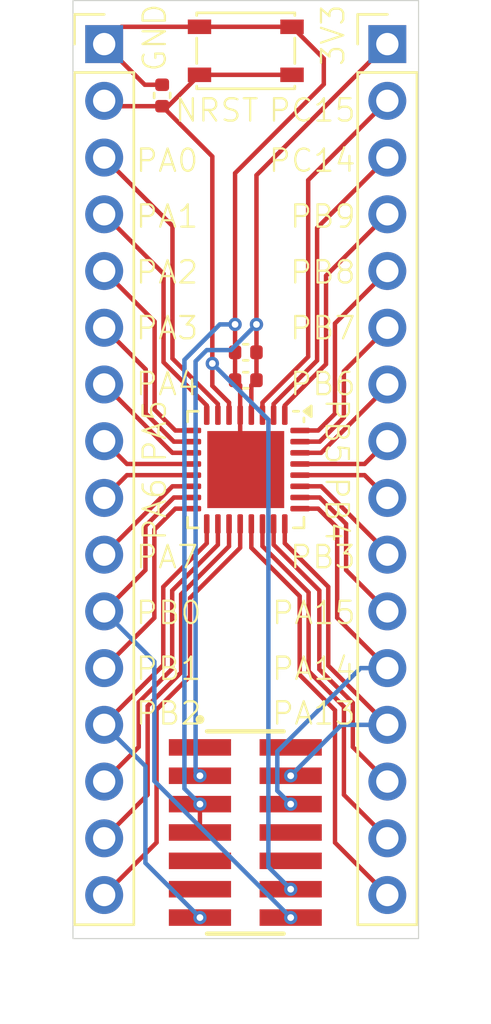
<source format=kicad_pcb>
(kicad_pcb (version 20240108) (generator "pcbnew") (generator_version "8.0")
  (layers (0 "F.Cu" signal) (31 "B.Cu" signal) (34 "B.Paste" user) (35 "F.Paste" user) (36 "B.SilkS" user "B.Silkscreen") (37 "F.SilkS" user "F.Silkscreen") (38 "B.Mask" user) (39 "F.Mask" user) (44 "Edge.Cuts" user))
  (net 0 "")
  (net 1 "VSS")
  (net 2 "VDD")
  (net 3 "/PC14")
  (net 4 "/PB1")
  (net 5 "/PA5")
  (net 6 "/PA1")
  (net 7 "/PA4")
  (net 8 "/PA7")
  (net 9 "/NRST")
  (net 10 "/PB0")
  (net 11 "/PA0")
  (net 12 "/PA2")
  (net 13 "/PA3")
  (net 14 "/PA6")
  (net 15 "/PB2")
  (net 16 "/PC15")
  (net 17 "/PA11")
  (net 18 "/PB6")
  (net 19 "/PA9")
  (net 20 "/PB9")
  (net 21 "/PA15")
  (net 22 "/PB7")
  (net 23 "/PA8")
  (net 24 "/PB4")
  (net 25 "/PB3")
  (net 26 "/PA12")
  (net 27 "/PB8")
  (net 28 "/PA14")
  (net 29 "/PB5")
  (net 30 "/PA10")
  (net 31 "/PA13")
  (net 32 "/PC6")
  (footprint "Connector_PinHeader_2.54mm:PinHeader_1x16_P2.54mm_Vertical" (layer "F.Cu") (at 156.35 80.95)
    (property "Reference" "J2" (hide yes))
    (property "Value" "Conn_01x16")
    (fp_line (start -1.33 -1.33) (end 0 -1.33) (stroke (width 0.12)) (layer "F.SilkS"))
    (fp_line (start -1.33 0) (end -1.33 -1.33) (stroke (width 0.12)) (layer "F.SilkS"))
    (fp_line (start -1.33 1.27) (end -1.33 39.43) (stroke (width 0.12)) (layer "F.SilkS"))
    (fp_line (start -1.33 1.27) (end 1.33 1.27) (stroke (width 0.12)) (layer "F.SilkS"))
    (fp_line (start -1.33 39.43) (end 1.33 39.43) (stroke (width 0.12)) (layer "F.SilkS"))
    (fp_line (start 1.33 1.27) (end 1.33 39.43) (stroke (width 0.12)) (layer "F.SilkS"))
    (pad "1" thru_hole rect (at 0 0) (size 1.7 1.7) (drill 1) (layers "*.Cu" "*.Mask") (net 2 "VDD"))
    (pad "2" thru_hole oval (at 0 2.54) (size 1.7 1.7) (drill 1) (layers "*.Cu" "*.Mask") (net 16 "/PC15"))
    (pad "3" thru_hole oval (at 0 5.08) (size 1.7 1.7) (drill 1) (layers "*.Cu" "*.Mask") (net 3 "/PC14"))
    (pad "4" thru_hole oval (at 0 7.62) (size 1.7 1.7) (drill 1) (layers "*.Cu" "*.Mask") (net 20 "/PB9"))
    (pad "5" thru_hole oval (at 0 10.16) (size 1.7 1.7) (drill 1) (layers "*.Cu" "*.Mask") (net 27 "/PB8"))
    (pad "6" thru_hole oval (at 0 12.7) (size 1.7 1.7) (drill 1) (layers "*.Cu" "*.Mask") (net 22 "/PB7"))
    (pad "7" thru_hole oval (at 0 15.24) (size 1.7 1.7) (drill 1) (layers "*.Cu" "*.Mask") (net 18 "/PB6"))
    (pad "8" thru_hole oval (at 0 17.78) (size 1.7 1.7) (drill 1) (layers "*.Cu" "*.Mask") (net 29 "/PB5"))
    (pad "9" thru_hole oval (at 0 20.32) (size 1.7 1.7) (drill 1) (layers "*.Cu" "*.Mask") (net 24 "/PB4"))
    (pad "10" thru_hole oval (at 0 22.86) (size 1.7 1.7) (drill 1) (layers "*.Cu" "*.Mask") (net 25 "/PB3"))
    (pad "11" thru_hole oval (at 0 25.4) (size 1.7 1.7) (drill 1) (layers "*.Cu" "*.Mask") (net 21 "/PA15"))
    (pad "12" thru_hole oval (at 0 27.94) (size 1.7 1.7) (drill 1) (layers "*.Cu" "*.Mask") (net 28 "/PA14"))
    (pad "13" thru_hole oval (at 0 30.48) (size 1.7 1.7) (drill 1) (layers "*.Cu" "*.Mask") (net 31 "/PA13"))
    (pad "14" thru_hole oval (at 0 33.02) (size 1.7 1.7) (drill 1) (layers "*.Cu" "*.Mask") (net 26 "/PA12"))
    (pad "15" thru_hole oval (at 0 35.56) (size 1.7 1.7) (drill 1) (layers "*.Cu" "*.Mask") (net 17 "/PA11"))
    (pad "16" thru_hole oval (at 0 38.1) (size 1.7 1.7) (drill 1) (layers "*.Cu" "*.Mask") (net 30 "/PA10"))
  )
  (footprint "Capacitor_SMD:C_0402_1005Metric" (layer "F.Cu") (at 146.25 83.25 90)
    (property "Reference" "C3" (hide yes))
    (property "Value" "100n")
    (fp_line (start -0.107836 -0.36) (end 0.107836 -0.36) (stroke (width 0.12)) (layer "F.SilkS"))
    (fp_line (start -0.107836 0.36) (end 0.107836 0.36) (stroke (width 0.12)) (layer "F.SilkS"))
    (pad "1" smd roundrect (at -0.48 0 90) (size 0.56 0.62) (layers "F.Cu" "F.Paste" "F.Mask") (net 9 "/NRST"))
    (pad "2" smd roundrect (at 0.48 0 90) (size 0.56 0.62) (layers "F.Cu" "F.Paste" "F.Mask") (net 1 "VSS"))
  )
  (footprint "Connector_PinHeader_2.54mm:PinHeader_1x16_P2.54mm_Vertical" (layer "F.Cu") (at 143.65 80.95)
    (property "Reference" "J1" (hide yes))
    (property "Value" "Conn_01x16")
    (fp_line (start -1.33 -1.33) (end 0 -1.33) (stroke (width 0.12)) (layer "F.SilkS"))
    (fp_line (start -1.33 0) (end -1.33 -1.33) (stroke (width 0.12)) (layer "F.SilkS"))
    (fp_line (start -1.33 1.27) (end -1.33 39.43) (stroke (width 0.12)) (layer "F.SilkS"))
    (fp_line (start -1.33 1.27) (end 1.33 1.27) (stroke (width 0.12)) (layer "F.SilkS"))
    (fp_line (start -1.33 39.43) (end 1.33 39.43) (stroke (width 0.12)) (layer "F.SilkS"))
    (fp_line (start 1.33 1.27) (end 1.33 39.43) (stroke (width 0.12)) (layer "F.SilkS"))
    (pad "1" thru_hole rect (at 0 0) (size 1.7 1.7) (drill 1) (layers "*.Cu" "*.Mask") (net 1 "VSS"))
    (pad "2" thru_hole oval (at 0 2.54) (size 1.7 1.7) (drill 1) (layers "*.Cu" "*.Mask") (net 9 "/NRST"))
    (pad "3" thru_hole oval (at 0 5.08) (size 1.7 1.7) (drill 1) (layers "*.Cu" "*.Mask") (net 11 "/PA0"))
    (pad "4" thru_hole oval (at 0 7.62) (size 1.7 1.7) (drill 1) (layers "*.Cu" "*.Mask") (net 6 "/PA1"))
    (pad "5" thru_hole oval (at 0 10.16) (size 1.7 1.7) (drill 1) (layers "*.Cu" "*.Mask") (net 12 "/PA2"))
    (pad "6" thru_hole oval (at 0 12.7) (size 1.7 1.7) (drill 1) (layers "*.Cu" "*.Mask") (net 13 "/PA3"))
    (pad "7" thru_hole oval (at 0 15.24) (size 1.7 1.7) (drill 1) (layers "*.Cu" "*.Mask") (net 7 "/PA4"))
    (pad "8" thru_hole oval (at 0 17.78) (size 1.7 1.7) (drill 1) (layers "*.Cu" "*.Mask") (net 5 "/PA5"))
    (pad "9" thru_hole oval (at 0 20.32) (size 1.7 1.7) (drill 1) (layers "*.Cu" "*.Mask") (net 14 "/PA6"))
    (pad "10" thru_hole oval (at 0 22.86) (size 1.7 1.7) (drill 1) (layers "*.Cu" "*.Mask") (net 8 "/PA7"))
    (pad "11" thru_hole oval (at 0 25.4) (size 1.7 1.7) (drill 1) (layers "*.Cu" "*.Mask") (net 10 "/PB0"))
    (pad "12" thru_hole oval (at 0 27.94) (size 1.7 1.7) (drill 1) (layers "*.Cu" "*.Mask") (net 4 "/PB1"))
    (pad "13" thru_hole oval (at 0 30.48) (size 1.7 1.7) (drill 1) (layers "*.Cu" "*.Mask") (net 15 "/PB2"))
    (pad "14" thru_hole oval (at 0 33.02) (size 1.7 1.7) (drill 1) (layers "*.Cu" "*.Mask") (net 23 "/PA8"))
    (pad "15" thru_hole oval (at 0 35.56) (size 1.7 1.7) (drill 1) (layers "*.Cu" "*.Mask") (net 19 "/PA9"))
    (pad "16" thru_hole oval (at 0 38.1) (size 1.7 1.7) (drill 1) (layers "*.Cu" "*.Mask") (net 32 "/PC6"))
  )
  (footprint "Package_DFN_QFN:QFN-32-1EP_5x5mm_P0.5mm_EP3.45x3.45mm" (layer "F.Cu") (at 150 100 -90)
    (property "Reference" "U1" (hide yes))
    (property "Value" "STM32G071KBUx")
    (fp_line (start -2.61 2.61) (end -2.61 2.135) (stroke (width 0.12)) (layer "F.SilkS"))
    (fp_line (start -2.135 2.61) (end -2.61 2.61) (stroke (width 0.12)) (layer "F.SilkS"))
    (fp_line (start 2.135 2.61) (end 2.61 2.61) (stroke (width 0.12)) (layer "F.SilkS"))
    (fp_line (start 2.61 2.61) (end 2.61 2.135) (stroke (width 0.12)) (layer "F.SilkS"))
    (fp_line (start -2.61 -2.135) (end -2.61 -2.37) (stroke (width 0.12)) (layer "F.SilkS"))
    (fp_line (start -2.135 -2.61) (end -2.31 -2.61) (stroke (width 0.12)) (layer "F.SilkS"))
    (fp_line (start 2.135 -2.61) (end 2.61 -2.61) (stroke (width 0.12)) (layer "F.SilkS"))
    (fp_line (start 2.61 -2.61) (end 2.61 -2.135) (stroke (width 0.12)) (layer "F.SilkS"))
    (fp_poly (pts (xy -2.61 -2.61) (xy -2.85 -2.94) (xy -2.37 -2.94) (xy -2.61 -2.61)) (stroke (width 0.12)) (fill solid) (layer "F.SilkS"))
    (pad "1" smd roundrect (at -2.4375 -1.75 270) (size 0.875 0.25) (layers "F.Cu" "F.Paste" "F.Mask") (net 20 "/PB9"))
    (pad "2" smd roundrect (at -2.4375 -1.25 270) (size 0.875 0.25) (layers "F.Cu" "F.Paste" "F.Mask") (net 3 "/PC14"))
    (pad "3" smd roundrect (at -2.4375 -0.75 270) (size 0.875 0.25) (layers "F.Cu" "F.Paste" "F.Mask") (net 16 "/PC15"))
    (pad "4" smd roundrect (at -2.4375 -0.25 270) (size 0.875 0.25) (layers "F.Cu" "F.Paste" "F.Mask") (net 2 "VDD"))
    (pad "5" smd roundrect (at -2.4375 0.25 270) (size 0.875 0.25) (layers "F.Cu" "F.Paste" "F.Mask") (net 1 "VSS"))
    (pad "6" smd roundrect (at -2.4375 0.75 270) (size 0.875 0.25) (layers "F.Cu" "F.Paste" "F.Mask") (net 9 "/NRST"))
    (pad "7" smd roundrect (at -2.4375 1.25 270) (size 0.875 0.25) (layers "F.Cu" "F.Paste" "F.Mask") (net 11 "/PA0"))
    (pad "8" smd roundrect (at -2.4375 1.75 270) (size 0.875 0.25) (layers "F.Cu" "F.Paste" "F.Mask") (net 6 "/PA1"))
    (pad "9" smd roundrect (at -1.75 2.4375 270) (size 0.25 0.875) (layers "F.Cu" "F.Paste" "F.Mask") (net 12 "/PA2"))
    (pad "10" smd roundrect (at -1.25 2.4375 270) (size 0.25 0.875) (layers "F.Cu" "F.Paste" "F.Mask") (net 13 "/PA3"))
    (pad "11" smd roundrect (at -0.75 2.4375 270) (size 0.25 0.875) (layers "F.Cu" "F.Paste" "F.Mask") (net 7 "/PA4"))
    (pad "12" smd roundrect (at -0.25 2.4375 270) (size 0.25 0.875) (layers "F.Cu" "F.Paste" "F.Mask") (net 5 "/PA5"))
    (pad "13" smd roundrect (at 0.25 2.4375 270) (size 0.25 0.875) (layers "F.Cu" "F.Paste" "F.Mask") (net 14 "/PA6"))
    (pad "14" smd roundrect (at 0.75 2.4375 270) (size 0.25 0.875) (layers "F.Cu" "F.Paste" "F.Mask") (net 8 "/PA7"))
    (pad "15" smd roundrect (at 1.25 2.4375 270) (size 0.25 0.875) (layers "F.Cu" "F.Paste" "F.Mask") (net 10 "/PB0"))
    (pad "16" smd roundrect (at 1.75 2.4375 270) (size 0.25 0.875) (layers "F.Cu" "F.Paste" "F.Mask") (net 4 "/PB1"))
    (pad "17" smd roundrect (at 2.4375 1.75 270) (size 0.875 0.25) (layers "F.Cu" "F.Paste" "F.Mask") (net 15 "/PB2"))
    (pad "18" smd roundrect (at 2.4375 1.25 270) (size 0.875 0.25) (layers "F.Cu" "F.Paste" "F.Mask") (net 23 "/PA8"))
    (pad "19" smd roundrect (at 2.4375 0.75 270) (size 0.875 0.25) (layers "F.Cu" "F.Paste" "F.Mask") (net 19 "/PA9"))
    (pad "20" smd roundrect (at 2.4375 0.25 270) (size 0.875 0.25) (layers "F.Cu" "F.Paste" "F.Mask") (net 32 "/PC6"))
    (pad "21" smd roundrect (at 2.4375 -0.25 270) (size 0.875 0.25) (layers "F.Cu" "F.Paste" "F.Mask") (net 30 "/PA10"))
    (pad "22" smd roundrect (at 2.4375 -0.75 270) (size 0.875 0.25) (layers "F.Cu" "F.Paste" "F.Mask") (net 17 "/PA11"))
    (pad "23" smd roundrect (at 2.4375 -1.25 270) (size 0.875 0.25) (layers "F.Cu" "F.Paste" "F.Mask") (net 26 "/PA12"))
    (pad "24" smd roundrect (at 2.4375 -1.75 270) (size 0.875 0.25) (layers "F.Cu" "F.Paste" "F.Mask") (net 31 "/PA13"))
    (pad "25" smd roundrect (at 1.75 -2.4375 270) (size 0.25 0.875) (layers "F.Cu" "F.Paste" "F.Mask") (net 28 "/PA14"))
    (pad "26" smd roundrect (at 1.25 -2.4375 270) (size 0.25 0.875) (layers "F.Cu" "F.Paste" "F.Mask") (net 21 "/PA15"))
    (pad "27" smd roundrect (at 0.75 -2.4375 270) (size 0.25 0.875) (layers "F.Cu" "F.Paste" "F.Mask") (net 25 "/PB3"))
    (pad "28" smd roundrect (at 0.25 -2.4375 270) (size 0.25 0.875) (layers "F.Cu" "F.Paste" "F.Mask") (net 24 "/PB4"))
    (pad "29" smd roundrect (at -0.25 -2.4375 270) (size 0.25 0.875) (layers "F.Cu" "F.Paste" "F.Mask") (net 29 "/PB5"))
    (pad "30" smd roundrect (at -0.75 -2.4375 270) (size 0.25 0.875) (layers "F.Cu" "F.Paste" "F.Mask") (net 18 "/PB6"))
    (pad "31" smd roundrect (at -1.25 -2.4375 270) (size 0.25 0.875) (layers "F.Cu" "F.Paste" "F.Mask") (net 22 "/PB7"))
    (pad "32" smd roundrect (at -1.75 -2.4375 270) (size 0.25 0.875) (layers "F.Cu" "F.Paste" "F.Mask") (net 27 "/PB8"))
    (pad "33" smd rect (at 0 0 270) (size 3.45 3.45) (property pad_prop_heatsink) (layers "F.Cu" "F.Mask") (net 1 "VSS"))
  )
  (footprint "Capacitor_SMD:C_0402_1005Metric" (layer "F.Cu") (at 150 96 180)
    (property "Reference" "C2" (hide yes))
    (property "Value" "100n")
    (fp_line (start -0.107836 0.36) (end 0.107836 0.36) (stroke (width 0.12)) (layer "F.SilkS"))
    (fp_line (start -0.107836 -0.36) (end 0.107836 -0.36) (stroke (width 0.12)) (layer "F.SilkS"))
    (pad "1" smd roundrect (at -0.48 0 180) (size 0.56 0.62) (layers "F.Cu" "F.Paste" "F.Mask") (net 2 "VDD"))
    (pad "2" smd roundrect (at 0.48 0 180) (size 0.56 0.62) (layers "F.Cu" "F.Paste" "F.Mask") (net 1 "VSS"))
  )
  (footprint "Button_Switch_SMD:SW_SPST_PTS810" (layer "F.Cu") (at 150 81.25)
    (property "Reference" "SW1" (hide yes))
    (property "Value" "SW_Push")
    (fp_line (start -2.2 -1.7) (end -2.2 -1.58) (stroke (width 0.12)) (layer "F.SilkS"))
    (fp_line (start -2.2 -0.57) (end -2.2 0.57) (stroke (width 0.12)) (layer "F.SilkS"))
    (fp_line (start -2.2 1.58) (end -2.2 1.7) (stroke (width 0.12)) (layer "F.SilkS"))
    (fp_line (start -2.2 1.7) (end 2.2 1.7) (stroke (width 0.12)) (layer "F.SilkS"))
    (fp_line (start 2.2 -1.7) (end -2.2 -1.7) (stroke (width 0.12)) (layer "F.SilkS"))
    (fp_line (start 2.2 -1.58) (end 2.2 -1.7) (stroke (width 0.12)) (layer "F.SilkS"))
    (fp_line (start 2.2 0.57) (end 2.2 -0.57) (stroke (width 0.12)) (layer "F.SilkS"))
    (fp_line (start 2.2 1.7) (end 2.2 1.58) (stroke (width 0.12)) (layer "F.SilkS"))
    (pad "1" smd rect (at -2.075 -1.075) (size 1.05 0.65) (layers "F.Cu" "F.Paste" "F.Mask") (net 1 "VSS"))
    (pad "1" smd rect (at 2.075 -1.075) (size 1.05 0.65) (layers "F.Cu" "F.Paste" "F.Mask") (net 1 "VSS"))
    (pad "2" smd rect (at -2.075 1.075) (size 1.05 0.65) (layers "F.Cu" "F.Paste" "F.Mask") (net 9 "/NRST"))
    (pad "2" smd rect (at 2.075 1.075) (size 1.05 0.65) (layers "F.Cu" "F.Paste" "F.Mask") (net 9 "/NRST"))
  )
  (footprint "Project_Footprints:SAMTEC_FTSH-107-01-L-DV-K-A" (layer "F.Cu") (at 149.98 116.25 -90)
    (property "Reference" "J3" (hide yes))
    (property "Value" "Conn_02x07_Odd_Even")
    (fp_line (start 4.53 1.715) (end 4.53 -1.715) (stroke (width 0.2)) (layer "F.SilkS"))
    (fp_line (start -4.53 -1.715) (end -4.53 1.715) (stroke (width 0.2)) (layer "F.SilkS"))
    (fp_circle (center -5.06 2.035) (end -4.96 2.035) (stroke (width 0.2)) (fill none) (layer "F.SilkS"))
    (pad "" np_thru_hole circle (at -3.175 0 270) (size 1.02 1.02) (drill 1.02) (layers "*.Cu" "*.Mask"))
    (pad "" np_thru_hole circle (at 3.175 0 270) (size 1.02 1.02) (drill 1.02) (layers "*.Cu" "*.Mask"))
    (pad "1" smd rect (at -3.81 2.035 270) (size 0.74 2.79) (layers "F.Cu" "F.Paste" "F.Mask"))
    (pad "2" smd rect (at -3.81 -2.035 270) (size 0.74 2.79) (layers "F.Cu" "F.Paste" "F.Mask"))
    (pad "3" smd rect (at -2.54 2.035 270) (size 0.74 2.79) (layers "F.Cu" "F.Paste" "F.Mask") (net 2 "VDD"))
    (pad "4" smd rect (at -2.54 -2.035 270) (size 0.74 2.79) (layers "F.Cu" "F.Paste" "F.Mask") (net 31 "/PA13"))
    (pad "5" smd rect (at -1.27 2.035 270) (size 0.74 2.79) (layers "F.Cu" "F.Paste" "F.Mask") (net 1 "VSS"))
    (pad "6" smd rect (at -1.27 -2.035 270) (size 0.74 2.79) (layers "F.Cu" "F.Paste" "F.Mask") (net 28 "/PA14"))
    (pad "7" smd rect (at 0 2.035 270) (size 0.74 2.79) (layers "F.Cu" "F.Paste" "F.Mask") (net 1 "VSS"))
    (pad "8" smd rect (at 0 -2.035 270) (size 0.74 2.79) (layers "F.Cu" "F.Paste" "F.Mask"))
    (pad "9" smd rect (at 1.27 2.035 270) (size 0.74 2.79) (layers "F.Cu" "F.Paste" "F.Mask"))
    (pad "10" smd rect (at 1.27 -2.035 270) (size 0.74 2.79) (layers "F.Cu" "F.Paste" "F.Mask"))
    (pad "11" smd rect (at 2.54 2.035 270) (size 0.74 2.79) (layers "F.Cu" "F.Paste" "F.Mask"))
    (pad "12" smd rect (at 2.54 -2.035 270) (size 0.74 2.79) (layers "F.Cu" "F.Paste" "F.Mask") (net 9 "/NRST"))
    (pad "13" smd rect (at 3.81 2.035 270) (size 0.74 2.79) (layers "F.Cu" "F.Paste" "F.Mask") (net 15 "/PB2"))
    (pad "14" smd rect (at 3.81 -2.035 270) (size 0.74 2.79) (layers "F.Cu" "F.Paste" "F.Mask") (net 10 "/PB0"))
  )
  (footprint "Capacitor_SMD:C_0402_1005Metric" (layer "F.Cu") (at 150 94.75 180)
    (property "Reference" "C1" (hide yes))
    (property "Value" "4u7")
    (fp_line (start -0.107836 0.36) (end 0.107836 0.36) (stroke (width 0.12)) (layer "F.SilkS"))
    (fp_line (start -0.107836 -0.36) (end 0.107836 -0.36) (stroke (width 0.12)) (layer "F.SilkS"))
    (pad "1" smd roundrect (at -0.48 0 180) (size 0.56 0.62) (layers "F.Cu" "F.Paste" "F.Mask") (net 2 "VDD"))
    (pad "2" smd roundrect (at 0.48 0 180) (size 0.56 0.62) (layers "F.Cu" "F.Paste" "F.Mask") (net 1 "VSS"))
  )
  (gr_rect (start 142.25 79) (end 157.75 121) (stroke (width 0.05)) (fill none) (layer "Edge.Cuts"))
  (gr_text "3V3" (at 154.5 82 90) (layer "F.SilkS") (effects (font (size 1 1) (thickness 0.1)) (justify left bottom)))
  (gr_text "PB4" (at 153.5 100.25 -90) (layer "F.SilkS") (effects (font (size 1 1) (thickness 0.1)) (justify left bottom)))
  (gr_text "PA6" (at 146.5 103.25 90) (layer "F.SilkS") (effects (font (size 1 1) (thickness 0.1)) (justify left bottom)))
  (gr_text "NRST" (at 146.75 84.5 0) (layer "F.SilkS") (effects (font (size 1 1) (thickness 0.1)) (justify left bottom)))
  (gr_text "GND" (at 146.5 82.25 90) (layer "F.SilkS") (effects (font (size 1 1) (thickness 0.1)) (justify left bottom)))
  (gr_text "PA0" (at 145 86.75 0) (layer "F.SilkS") (effects (font (size 1 1) (thickness 0.1)) (justify left bottom)))
  (gr_text "PA15" (at 155 107 0) (layer "F.SilkS") (effects (font (size 1 1) (thickness 0.1)) (justify right bottom)))
  (gr_text "PA4" (at 145 96.75 0) (layer "F.SilkS") (effects (font (size 1 1) (thickness 0.1)) (justify left bottom)))
  (gr_text "PB1" (at 145 109.5 0) (layer "F.SilkS") (effects (font (size 1 1) (thickness 0.1)) (justify left bottom)))
  (gr_text "PC15" (at 155 84.5 0) (layer "F.SilkS") (effects (font (size 1 1) (thickness 0.1)) (justify right bottom)))
  (gr_text "PA2" (at 145 91.75 0) (layer "F.SilkS") (effects (font (size 1 1) (thickness 0.1)) (justify left bottom)))
  (gr_text "PA3" (at 145 94.25 0) (layer "F.SilkS") (effects (font (size 1 1) (thickness 0.1)) (justify left bottom)))
  (gr_text "PB2" (at 145 111.5 0) (layer "F.SilkS") (effects (font (size 1 1) (thickness 0.1)) (justify left bottom)))
  (gr_text "PB9" (at 155 89.25 0) (layer "F.SilkS") (effects (font (size 1 1) (thickness 0.1)) (justify right bottom)))
  (gr_text "PB8" (at 155 91.75 0) (layer "F.SilkS") (effects (font (size 1 1) (thickness 0.1)) (justify right bottom)))
  (gr_text "PB0" (at 145 107 0) (layer "F.SilkS") (effects (font (size 1 1) (thickness 0.1)) (justify left bottom)))
  (gr_text "PB5" (at 153.5 96.75 -90) (layer "F.SilkS") (effects (font (size 1 1) (thickness 0.1)) (justify left bottom)))
  (gr_text "PB7" (at 155 94.25 0) (layer "F.SilkS") (effects (font (size 1 1) (thickness 0.1)) (justify right bottom)))
  (gr_text "PA13" (at 155 111.5 0) (layer "F.SilkS") (effects (font (size 1 1) (thickness 0.1)) (justify right bottom)))
  (gr_text "PA5" (at 146.5 99.75 90) (layer "F.SilkS") (effects (font (size 1 1) (thickness 0.1)) (justify left bottom)))
  (gr_text "PB3" (at 155 104.5 0) (layer "F.SilkS") (effects (font (size 1 1) (thickness 0.1)) (justify right bottom)))
  (gr_text "PC14" (at 155 86.75 0) (layer "F.SilkS") (effects (font (size 1 1) (thickness 0.1)) (justify right bottom)))
  (gr_text "PA1" (at 145 89.25 0) (layer "F.SilkS") (effects (font (size 1 1) (thickness 0.1)) (justify left bottom)))
  (gr_text "PB6" (at 155 96.75 0) (layer "F.SilkS") (effects (font (size 1 1) (thickness 0.1)) (justify right bottom)))
  (gr_text "PA14" (at 155 109.5 0) (layer "F.SilkS") (effects (font (size 1 1) (thickness 0.1)) (justify right bottom)))
  (gr_text "PA7" (at 145 104.5 0) (layer "F.SilkS") (effects (font (size 1 1) (thickness 0.1)) (justify left bottom)))
  (segment (start 144.425 80.175) (end 143.65 80.95) (width 0.2) (layer "F.Cu") (net 1))
  (segment (start 149.75 99.75) (end 150 100) (width 0.2) (layer "F.Cu") (net 1))
  (segment (start 149.75 97.5625) (end 149.75 96.23) (width 0.2) (layer "F.Cu") (net 1))
  (segment (start 149.52 86.73) (end 153.5 82.75) (width 0.2) (layer "F.Cu") (net 1))
  (segment (start 152.075 80.175) (end 147.925 80.175) (width 0.2) (layer "F.Cu") (net 1))
  (segment (start 143.65 80.95) (end 145.47 82.77) (width 0.2) (layer "F.Cu") (net 1))
  (segment (start 149.52 96) (end 149.52 94.75) (width 0.2) (layer "F.Cu") (net 1))
  (segment (start 147.925 80.175) (end 144.425 80.175) (width 0.2) (layer "F.Cu") (net 1))
  (segment (start 149.75 97.5625) (end 149.75 99.75) (width 0.2) (layer "F.Cu") (net 1))
  (segment (start 153.5 81.6) (end 152.075 80.175) (width 0.2) (layer "F.Cu") (net 1))
  (segment (start 149.52 94.75) (end 149.52 86.73) (width 0.2) (layer "F.Cu") (net 1))
  (segment (start 145.47 82.77) (end 146.25 82.77) (width 0.2) (layer "F.Cu") (net 1))
  (segment (start 147.945 114.98) (end 147.945 116.25) (width 0.2) (layer "F.Cu") (net 1))
  (segment (start 149.75 96.23) (end 149.52 96) (width 0.2) (layer "F.Cu") (net 1))
  (segment (start 153.5 82.75) (end 153.5 81.6) (width 0.2) (layer "F.Cu") (net 1))
  (via (at 147.945 114.98) (size 0.6) (drill 0.3) (layers "F.Cu" "B.Cu") (net 1))
  (via (at 149.52 93.5) (size 0.6) (drill 0.3) (layers "F.Cu" "B.Cu") (net 1))
  (segment (start 147.25 114.285) (end 147.945 114.98) (width 0.2) (layer "B.Cu") (net 1))
  (segment (start 147.25 95.085786) (end 147.25 114.285) (width 0.2) (layer "B.Cu") (net 1))
  (segment (start 149.52 93.5) (end 148.835786 93.5) (width 0.2) (layer "B.Cu") (net 1))
  (segment (start 148.835786 93.5) (end 147.25 95.085786) (width 0.2) (layer "B.Cu") (net 1))
  (segment (start 150.25 96.23) (end 150.48 96) (width 0.2) (layer "F.Cu") (net 2))
  (segment (start 150.48 86.82) (end 150.48 93.5) (width 0.2) (layer "F.Cu") (net 2))
  (segment (start 150.48 96) (end 150.48 94.75) (width 0.2) (layer "F.Cu") (net 2))
  (segment (start 150.25 97.5625) (end 150.25 96.23) (width 0.2) (layer "F.Cu") (net 2))
  (segment (start 150.48 94.75) (end 150.48 93.5) (width 0.2) (layer "F.Cu") (net 2))
  (segment (start 156.35 80.95) (end 150.48 86.82) (width 0.2) (layer "F.Cu") (net 2))
  (via (at 150.48 93.5) (size 0.6) (drill 0.3) (layers "F.Cu" "B.Cu") (net 2))
  (via (at 147.945 113.71) (size 0.6) (drill 0.3) (layers "F.Cu" "B.Cu") (net 2))
  (segment (start 149.33 94.65) (end 148.251471 94.65) (width 0.2) (layer "B.Cu") (net 2))
  (segment (start 147.75 95.151471) (end 147.75 113.515) (width 0.2) (layer "B.Cu") (net 2))
  (segment (start 148.251471 94.65) (end 147.75 95.151471) (width 0.2) (layer "B.Cu") (net 2))
  (segment (start 147.75 113.515) (end 147.945 113.71) (width 0.2) (layer "B.Cu") (net 2))
  (segment (start 150.48 93.5) (end 149.33 94.65) (width 0.2) (layer "B.Cu") (net 2))
  (segment (start 153.2 95.115686) (end 153.2 89.18) (width 0.2) (layer "F.Cu") (net 3))
  (segment (start 151.25 97.5625) (end 151.25 97.065686) (width 0.2) (layer "F.Cu") (net 3))
  (segment (start 153.2 89.18) (end 156.35 86.03) (width 0.2) (layer "F.Cu") (net 3))
  (segment (start 151.25 97.065686) (end 153.2 95.115686) (width 0.2) (layer "F.Cu") (net 3))
  (segment (start 145.9 102.691372) (end 145.9 106.64) (width 0.2) (layer "F.Cu") (net 4))
  (segment (start 145.9 106.64) (end 143.65 108.89) (width 0.2) (layer "F.Cu") (net 4))
  (segment (start 146.841372 101.75) (end 145.9 102.691372) (width 0.2) (layer "F.Cu") (net 4))
  (segment (start 147.5625 101.75) (end 146.841372 101.75) (width 0.2) (layer "F.Cu") (net 4))
  (segment (start 147.5625 99.75) (end 144.67 99.75) (width 0.2) (layer "F.Cu") (net 5))
  (segment (start 144.67 99.75) (end 143.65 98.73) (width 0.2) (layer "F.Cu") (net 5))
  (segment (start 148.25 97.5625) (end 148.25 97.131372) (width 0.2) (layer "F.Cu") (net 6))
  (segment (start 146.312843 91.232843) (end 143.65 88.57) (width 0.2) (layer "F.Cu") (net 6))
  (segment (start 146.312843 95.194215) (end 146.312843 91.232843) (width 0.2) (layer "F.Cu") (net 6))
  (segment (start 148.25 97.131372) (end 146.312843 95.194215) (width 0.2) (layer "F.Cu") (net 6))
  (segment (start 146.71 99.25) (end 143.65 96.19) (width 0.2) (layer "F.Cu") (net 7))
  (segment (start 147.5625 99.25) (end 146.71 99.25) (width 0.2) (layer "F.Cu") (net 7))
  (segment (start 146.71 100.75) (end 143.65 103.81) (width 0.2) (layer "F.Cu") (net 8))
  (segment (start 147.5625 100.75) (end 146.71 100.75) (width 0.2) (layer "F.Cu") (net 8))
  (segment (start 146.25 83.73) (end 148.5 85.98) (width 0.2) (layer "F.Cu") (net 9))
  (segment (start 147.925 82.325) (end 146.52 83.73) (width 0.2) (layer "F.Cu") (net 9))
  (segment (start 143.89 83.73) (end 143.65 83.49) (width 0.2) (layer "F.Cu") (net 9))
  (segment (start 146.25 83.73) (end 143.89 83.73) (width 0.2) (layer "F.Cu") (net 9))
  (segment (start 147.925 82.325) (end 152.075 82.325) (width 0.2) (layer "F.Cu") (net 9))
  (segment (start 149.25 97.5625) (end 149.25 97) (width 0.2) (layer "F.Cu") (net 9))
  (segment (start 148.5 96.25) (end 148.5 95.25) (width 0.2) (layer "F.Cu") (net 9))
  (segment (start 149.25 97) (end 148.5 96.25) (width 0.2) (layer "F.Cu") (net 9))
  (segment (start 146.52 83.73) (end 146.25 83.73) (width 0.2) (layer "F.Cu") (net 9))
  (segment (start 148.5 85.98) (end 148.5 95.25) (width 0.2) (layer "F.Cu") (net 9))
  (via (at 148.5 95.25) (size 0.6) (drill 0.3) (layers "F.Cu" "B.Cu") (net 9))
  (via (at 152.015 118.79) (size 0.6) (drill 0.3) (layers "F.Cu" "B.Cu") (net 9))
  (segment (start 148.5 95.25) (end 151.015 97.765) (width 0.2) (layer "B.Cu") (net 9))
  (segment (start 151.015 117.79) (end 152.015 118.79) (width 0.2) (layer "B.Cu") (net 9))
  (segment (start 151.015 97.765) (end 151.015 117.79) (width 0.2) (layer "B.Cu") (net 9))
  (segment (start 145.5 104.5) (end 143.65 106.35) (width 0.2) (layer "F.Cu") (net 10))
  (segment (start 146.775686 101.25) (end 145.5 102.525686) (width 0.2) (layer "F.Cu") (net 10))
  (segment (start 147.5625 101.25) (end 146.775686 101.25) (width 0.2) (layer "F.Cu") (net 10))
  (segment (start 145.5 102.525686) (end 145.5 104.5) (width 0.2) (layer "F.Cu") (net 10))
  (via (at 152.015 120.06) (size 0.6) (drill 0.3) (layers "F.Cu" "B.Cu") (net 10))
  (segment (start 145.9 113.945) (end 152.015 120.06) (width 0.2) (layer "B.Cu") (net 10))
  (segment (start 143.65 106.35) (end 145.9 108.6) (width 0.2) (layer "B.Cu") (net 10))
  (segment (start 145.9 108.6) (end 145.9 113.945) (width 0.2) (layer "B.Cu") (net 10))
  (segment (start 146.712843 89.092843) (end 143.65 86.03) (width 0.2) (layer "F.Cu") (net 11))
  (segment (start 146.712843 95.028529) (end 146.712843 89.092843) (width 0.2) (layer "F.Cu") (net 11))
  (segment (start 148.75 97.5625) (end 148.75 97.065686) (width 0.2) (layer "F.Cu") (net 11))
  (segment (start 148.75 97.065686) (end 146.712843 95.028529) (width 0.2) (layer "F.Cu") (net 11))
  (segment (start 145.912843 97.321471) (end 145.912843 93.372843) (width 0.2) (layer "F.Cu") (net 12))
  (segment (start 145.912843 93.372843) (end 143.65 91.11) (width 0.2) (layer "F.Cu") (net 12))
  (segment (start 147.5625 98.25) (end 146.841372 98.25) (width 0.2) (layer "F.Cu") (net 12))
  (segment (start 146.841372 98.25) (end 145.912843 97.321471) (width 0.2) (layer "F.Cu") (net 12))
  (segment (start 146.775686 98.75) (end 145.512843 97.487157) (width 0.2) (layer "F.Cu") (net 13))
  (segment (start 147.5625 98.75) (end 146.775686 98.75) (width 0.2) (layer "F.Cu") (net 13))
  (segment (start 145.512843 95.512843) (end 143.65 93.65) (width 0.2) (layer "F.Cu") (net 13))
  (segment (start 145.512843 97.487157) (end 145.512843 95.512843) (width 0.2) (layer "F.Cu") (net 13))
  (segment (start 144.67 100.25) (end 143.65 101.27) (width 0.2) (layer "F.Cu") (net 14))
  (segment (start 147.5625 100.25) (end 144.67 100.25) (width 0.2) (layer "F.Cu") (net 14))
  (segment (start 146.3 108.752942) (end 143.65 111.402945) (width 0.2) (layer "F.Cu") (net 15))
  (segment (start 143.65 111.402945) (end 143.65 111.43) (width 0.2) (layer "F.Cu") (net 15))
  (segment (start 148.25 103.302942) (end 146.3 105.252945) (width 0.2) (layer "F.Cu") (net 15))
  (segment (start 148.25 102.4375) (end 148.25 103.302942) (width 0.2) (layer "F.Cu") (net 15))
  (segment (start 146.3 105.252945) (end 146.3 108.752942) (width 0.2) (layer "F.Cu") (net 15))
  (via (at 147.945 120.06) (size 0.6) (drill 0.3) (layers "F.Cu" "B.Cu") (net 15))
  (segment (start 145.5 113.28) (end 145.5 117.615) (width 0.2) (layer "B.Cu") (net 15))
  (segment (start 145.5 117.615) (end 147.945 120.06) (width 0.2) (layer "B.Cu") (net 15))
  (segment (start 143.65 111.43) (end 145.5 113.28) (width 0.2) (layer "B.Cu") (net 15))
  (segment (start 150.75 97) (end 152.8 94.95) (width 0.2) (layer "F.Cu") (net 16))
  (segment (start 152.8 87.04) (end 156.35 83.49) (width 0.2) (layer "F.Cu") (net 16))
  (segment (start 152.8 94.95) (end 152.8 87.04) (width 0.2) (layer "F.Cu") (net 16))
  (segment (start 150.75 97.5625) (end 150.75 97) (width 0.2) (layer "F.Cu") (net 16))
  (segment (start 154.402157 110.613529) (end 154.402157 114.562157) (width 0.2) (layer "F.Cu") (net 17))
  (segment (start 152.818628 109.03) (end 154.402157 110.613529) (width 0.2) (layer "F.Cu") (net 17))
  (segment (start 150.75 102.4375) (end 150.75 103.431372) (width 0.2) (layer "F.Cu") (net 17))
  (segment (start 154.402157 114.562157) (end 156.35 116.51) (width 0.2) (layer "F.Cu") (net 17))
  (segment (start 152.818628 105.5) (end 152.818628 109.03) (width 0.2) (layer "F.Cu") (net 17))
  (segment (start 150.75 103.431372) (end 152.818628 105.5) (width 0.2) (layer "F.Cu") (net 17))
  (segment (start 153.381371 99.25) (end 156.35 96.281371) (width 0.2) (layer "F.Cu") (net 18))
  (segment (start 152.4375 99.25) (end 153.381371 99.25) (width 0.2) (layer "F.Cu") (net 18))
  (segment (start 156.35 96.281371) (end 156.35 96.19) (width 0.2) (layer "F.Cu") (net 18))
  (segment (start 145.6 110.584315) (end 145.6 114.56) (width 0.2) (layer "F.Cu") (net 19))
  (segment (start 149.25 103.434314) (end 147.1 105.584315) (width 0.2) (layer "F.Cu") (net 19))
  (segment (start 149.25 102.4375) (end 149.25 103.434314) (width 0.2) (layer "F.Cu") (net 19))
  (segment (start 147.1 105.584315) (end 147.1 109.084314) (width 0.2) (layer "F.Cu") (net 19))
  (segment (start 147.1 109.084314) (end 145.6 110.584315) (width 0.2) (layer "F.Cu") (net 19))
  (segment (start 145.6 114.56) (end 143.65 116.51) (width 0.2) (layer "F.Cu") (net 19))
  (segment (start 153.6 91.32) (end 156.35 88.57) (width 0.2) (layer "F.Cu") (net 20))
  (segment (start 151.75 97.5625) (end 151.75 97.131372) (width 0.2) (layer "F.Cu") (net 20))
  (segment (start 151.75 97.131372) (end 153.6 95.281372) (width 0.2) (layer "F.Cu") (net 20))
  (segment (start 153.6 95.281372) (end 153.6 91.32) (width 0.2) (layer "F.Cu") (net 20))
  (segment (start 152.4375 101.25) (end 153.315685 101.25) (width 0.2) (layer "F.Cu") (net 21))
  (segment (start 154.5 102.434315) (end 154.5 104.5) (width 0.2) (layer "F.Cu") (net 21))
  (segment (start 153.315685 101.25) (end 154.5 102.434315) (width 0.2) (layer "F.Cu") (net 21))
  (segment (start 154.5 104.5) (end 156.35 106.35) (width 0.2) (layer "F.Cu") (net 21))
  (segment (start 154.4 95.6) (end 156.35 93.65) (width 0.2) (layer "F.Cu") (net 22))
  (segment (start 153.315686 98.75) (end 154.4 97.665685) (width 0.2) (layer "F.Cu") (net 22))
  (segment (start 152.4375 98.75) (end 153.315686 98.75) (width 0.2) (layer "F.Cu") (net 22))
  (segment (start 154.4 97.665685) (end 154.4 95.6) (width 0.2) (layer "F.Cu") (net 22))
  (segment (start 146.7 105.41863) (end 146.7 108.918628) (width 0.2) (layer "F.Cu") (net 23))
  (segment (start 145.2 112.42) (end 143.65 113.97) (width 0.2) (layer "F.Cu") (net 23))
  (segment (start 148.75 103.368628) (end 146.7 105.41863) (width 0.2) (layer "F.Cu") (net 23))
  (segment (start 145.2 110.41863) (end 145.2 112.42) (width 0.2) (layer "F.Cu") (net 23))
  (segment (start 148.75 102.4375) (end 148.75 103.368628) (width 0.2) (layer "F.Cu") (net 23))
  (segment (start 146.7 108.918628) (end 145.2 110.41863) (width 0.2) (layer "F.Cu") (net 23))
  (segment (start 155.33 100.25) (end 156.35 101.27) (width 0.2) (layer "F.Cu") (net 24))
  (segment (start 152.4375 100.25) (end 155.33 100.25) (width 0.2) (layer "F.Cu") (net 24))
  (segment (start 156.35 103.718629) (end 156.35 103.81) (width 0.2) (layer "F.Cu") (net 25))
  (segment (start 153.381371 100.75) (end 156.35 103.718629) (width 0.2) (layer "F.Cu") (net 25))
  (segment (start 152.4375 100.75) (end 153.381371 100.75) (width 0.2) (layer "F.Cu") (net 25))
  (segment (start 151.25 102.4375) (end 151.25 103.365686) (width 0.2) (layer "F.Cu") (net 26))
  (segment (start 154.802157 112.422157) (end 156.35 113.97) (width 0.2) (layer "F.Cu") (net 26))
  (segment (start 153.3 105.415686) (end 153.3 108.945686) (width 0.2) (layer "F.Cu") (net 26))
  (segment (start 153.3 108.945686) (end 154.802157 110.447843) (width 0.2) (layer "F.Cu") (net 26))
  (segment (start 154.802157 110.447843) (end 154.802157 112.422157) (width 0.2) (layer "F.Cu") (net 26))
  (segment (start 151.25 103.365686) (end 153.3 105.415686) (width 0.2) (layer "F.Cu") (net 26))
  (segment (start 154 97.5) (end 154 93.46) (width 0.2) (layer "F.Cu") (net 27))
  (segment (start 153.25 98.25) (end 154 97.5) (width 0.2) (layer "F.Cu") (net 27))
  (segment (start 154 93.46) (end 156.35 91.11) (width 0.2) (layer "F.Cu") (net 27))
  (segment (start 152.4375 98.25) (end 153.25 98.25) (width 0.2) (layer "F.Cu") (net 27))
  (segment (start 154.1 106.64) (end 156.35 108.89) (width 0.2) (layer "F.Cu") (net 28))
  (segment (start 153.25 101.75) (end 154.1 102.6) (width 0.2) (layer "F.Cu") (net 28))
  (segment (start 154.1 102.6) (end 154.1 106.64) (width 0.2) (layer "F.Cu") (net 28))
  (segment (start 152.4375 101.75) (end 153.25 101.75) (width 0.2) (layer "F.Cu") (net 28))
  (via (at 152.015 114.98) (size 0.6) (drill 0.3) (layers "F.Cu" "B.Cu") (net 28))
  (segment (start 151.415 112.622919) (end 151.415 114.38) (width 0.2) (layer "B.Cu") (net 28))
  (segment (start 151.415 114.38) (end 152.015 114.98) (width 0.2) (layer "B.Cu") (net 28))
  (segment (start 156.35 108.89) (end 155.147919 108.89) (width 0.2) (layer "B.Cu") (net 28))
  (segment (start 155.147919 108.89) (end 151.415 112.622919) (width 0.2) (layer "B.Cu") (net 28))
  (segment (start 152.4375 99.75) (end 155.33 99.75) (width 0.2) (layer "F.Cu") (net 29))
  (segment (start 155.33 99.75) (end 156.35 98.73) (width 0.2) (layer "F.Cu") (net 29))
  (segment (start 150.25 103.5) (end 152.418628 105.668628) (width 0.2) (layer "F.Cu") (net 30))
  (segment (start 150.25 102.4375) (end 150.25 103.5) (width 0.2) (layer "F.Cu") (net 30))
  (segment (start 154.002157 116.702157) (end 156.35 119.05) (width 0.2) (layer "F.Cu") (net 30))
  (segment (start 154.002157 110.779215) (end 154.002157 116.702157) (width 0.2) (layer "F.Cu") (net 30))
  (segment (start 152.418628 105.668628) (end 152.418628 109.195686) (width 0.2) (layer "F.Cu") (net 30))
  (segment (start 152.418628 109.195686) (end 154.002157 110.779215) (width 0.2) (layer "F.Cu") (net 30))
  (segment (start 151.75 102.4375) (end 151.75 103.3) (width 0.2) (layer "F.Cu") (net 31))
  (segment (start 153.7 108.78) (end 156.35 111.43) (width 0.2) (layer "F.Cu") (net 31))
  (segment (start 151.75 103.3) (end 153.7 105.25) (width 0.2) (layer "F.Cu") (net 31))
  (segment (start 153.7 105.25) (end 153.7 108.78) (width 0.2) (layer "F.Cu") (net 31))
  (via (at 152.015 113.71) (size 0.6) (drill 0.3) (layers "F.Cu" "B.Cu") (net 31))
  (segment (start 154.295 111.43) (end 152.015 113.71) (width 0.2) (layer "B.Cu") (net 31))
  (segment (start 156.35 111.43) (end 154.295 111.43) (width 0.2) (layer "B.Cu") (net 31))
  (segment (start 147.5 109.25) (end 146 110.75) (width 0.2) (layer "F.Cu") (net 32))
  (segment (start 146 110.75) (end 146 116.7) (width 0.2) (layer "F.Cu") (net 32))
  (segment (start 149.75 102.4375) (end 149.75 103.5) (width 0.2) (layer "F.Cu") (net 32))
  (segment (start 149.75 103.5) (end 147.5 105.75) (width 0.2) (layer "F.Cu") (net 32))
  (segment (start 146 116.7) (end 143.65 119.05) (width 0.2) (layer "F.Cu") (net 32))
  (segment (start 147.5 105.75) (end 147.5 109.25) (width 0.2) (layer "F.Cu") (net 32))
)
</source>
